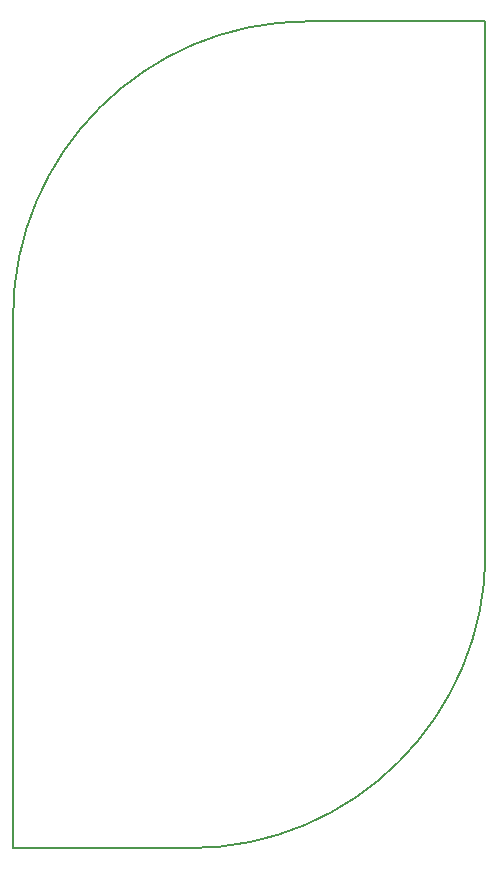
<source format=gko>
G04*
G04 #@! TF.GenerationSoftware,Altium Limited,Altium Designer,18.1.5 (160)*
G04*
G04 Layer_Color=16711935*
%FSLAX25Y25*%
%MOIN*%
G70*
G01*
G75*
%ADD12C,0.00787*%
D12*
X59055Y0D02*
G03*
X157480Y98425I0J98425D01*
G01*
X98425Y275590D02*
G03*
X0Y177165I0J-98425D01*
G01*
Y0D02*
Y177165D01*
X157480Y275590D02*
X157480Y98425D01*
X0Y0D02*
X59055D01*
X98425Y275590D02*
X157480D01*
M02*

</source>
